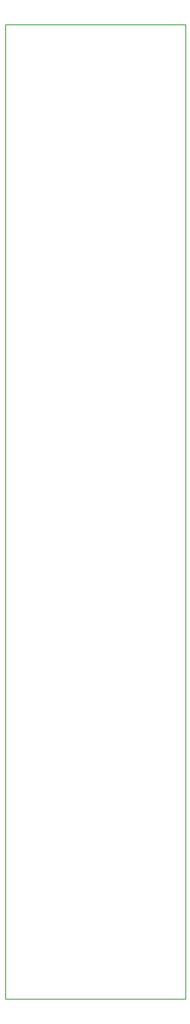
<source format=gbr>
%TF.GenerationSoftware,KiCad,Pcbnew,(7.0.0)*%
%TF.CreationDate,2023-05-21T11:17:03+02:00*%
%TF.ProjectId,midi-sync-module,6d696469-2d73-4796-9e63-2d6d6f64756c,rev?*%
%TF.SameCoordinates,Original*%
%TF.FileFunction,Profile,NP*%
%FSLAX46Y46*%
G04 Gerber Fmt 4.6, Leading zero omitted, Abs format (unit mm)*
G04 Created by KiCad (PCBNEW (7.0.0)) date 2023-05-21 11:17:03*
%MOMM*%
%LPD*%
G01*
G04 APERTURE LIST*
%TA.AperFunction,Profile*%
%ADD10C,0.100000*%
%TD*%
G04 APERTURE END LIST*
D10*
X175000000Y-36000000D02*
X195000000Y-36000000D01*
X195000000Y-36000000D02*
X195000000Y-144000000D01*
X195000000Y-144000000D02*
X175000000Y-144000000D01*
X175000000Y-144000000D02*
X175000000Y-36000000D01*
M02*

</source>
